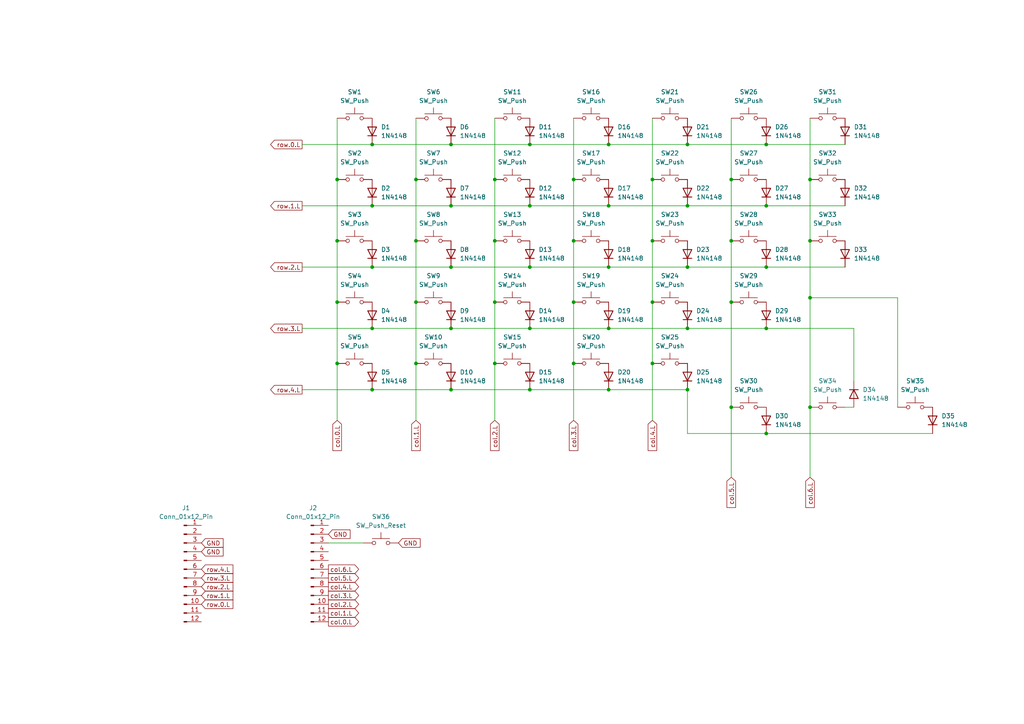
<source format=kicad_sch>
(kicad_sch (version 20250114) (generator "eeschema") (generator_version "9.0")
  (paper "A4")
  (title_block (title "kaasch-keys-left") (date "2025-10-29") (rev "1") (company "kaasch-co"))
  (lib_symbols
    (symbol "Connector:Conn_01x12_Pin" (pin_names (offset 1.016) (hide yes))
      (property "Reference" "J" (at 0 15.24 0))
      (property "Value" "Conn_01x12_Pin" (at 0 -17.78 0))
      (symbol "Conn_01x12_Pin_1_1"
        (rectangle (start 0.8636 12.827) (end 0 12.573) (stroke (width 0.1524)) (fill (type outline)))
        (rectangle (start 0.8636 10.287) (end 0 10.033) (stroke (width 0.1524)) (fill (type outline)))
        (rectangle (start 0.8636 7.747) (end 0 7.493) (stroke (width 0.1524)) (fill (type outline)))
        (rectangle (start 0.8636 5.207) (end 0 4.953) (stroke (width 0.1524)) (fill (type outline)))
        (rectangle (start 0.8636 2.667) (end 0 2.413) (stroke (width 0.1524)) (fill (type outline)))
        (rectangle (start 0.8636 0.127) (end 0 -0.127) (stroke (width 0.1524)) (fill (type outline)))
        (rectangle (start 0.8636 -2.413) (end 0 -2.667) (stroke (width 0.1524)) (fill (type outline)))
        (rectangle (start 0.8636 -4.953) (end 0 -5.207) (stroke (width 0.1524)) (fill (type outline)))
        (rectangle (start 0.8636 -7.493) (end 0 -7.747) (stroke (width 0.1524)) (fill (type outline)))
        (rectangle (start 0.8636 -10.033) (end 0 -10.287) (stroke (width 0.1524)) (fill (type outline)))
        (rectangle (start 0.8636 -12.573) (end 0 -12.827) (stroke (width 0.1524)) (fill (type outline)))
        (rectangle (start 0.8636 -15.113) (end 0 -15.367) (stroke (width 0.1524)) (fill (type outline)))
        (polyline (pts (xy 1.27 12.7) (xy 0.8636 12.7)) (stroke (width 0.1524)))
        (polyline (pts (xy 1.27 10.16) (xy 0.8636 10.16)) (stroke (width 0.1524)))
        (polyline (pts (xy 1.27 7.62) (xy 0.8636 7.62)) (stroke (width 0.1524)))
        (polyline (pts (xy 1.27 5.08) (xy 0.8636 5.08)) (stroke (width 0.1524)))
        (polyline (pts (xy 1.27 2.54) (xy 0.8636 2.54)) (stroke (width 0.1524)))
        (polyline (pts (xy 1.27 0) (xy 0.8636 0)) (stroke (width 0.1524)))
        (polyline (pts (xy 1.27 -2.54) (xy 0.8636 -2.54)) (stroke (width 0.1524)))
        (polyline (pts (xy 1.27 -5.08) (xy 0.8636 -5.08)) (stroke (width 0.1524)))
        (polyline (pts (xy 1.27 -7.62) (xy 0.8636 -7.62)) (stroke (width 0.1524)))
        (polyline (pts (xy 1.27 -10.16) (xy 0.8636 -10.16)) (stroke (width 0.1524)))
        (polyline (pts (xy 1.27 -12.7) (xy 0.8636 -12.7)) (stroke (width 0.1524)))
        (polyline (pts (xy 1.27 -15.24) (xy 0.8636 -15.24)) (stroke (width 0.1524)))
        (pin passive line (at 5.08 12.7 180) (length 3.81) (name "Pin_1") (number "1"))
        (pin passive line (at 5.08 10.16 180) (length 3.81) (name "Pin_2") (number "2"))
        (pin passive line (at 5.08 7.62 180) (length 3.81) (name "Pin_3") (number "3"))
        (pin passive line (at 5.08 5.08 180) (length 3.81) (name "Pin_4") (number "4"))
        (pin passive line (at 5.08 2.54 180) (length 3.81) (name "Pin_5") (number "5"))
        (pin passive line (at 5.08 0 180) (length 3.81) (name "Pin_6") (number "6"))
        (pin passive line (at 5.08 -2.54 180) (length 3.81) (name "Pin_7") (number "7"))
        (pin passive line (at 5.08 -5.08 180) (length 3.81) (name "Pin_8") (number "8"))
        (pin passive line (at 5.08 -7.62 180) (length 3.81) (name "Pin_9") (number "9"))
        (pin passive line (at 5.08 -10.16 180) (length 3.81) (name "Pin_10") (number "10"))
        (pin passive line (at 5.08 -12.7 180) (length 3.81) (name "Pin_11") (number "11"))
        (pin passive line (at 5.08 -15.24 180) (length 3.81) (name "Pin_12") (number "12"))
      )
    )
    (symbol "Diode:1N4148" (pin_numbers (hide yes)) (pin_names (hide yes))
      (property "Reference" "D" (at 0 2.54 0))
      (property "Value" "1N4148" (at 0 -2.54 0))
      (symbol "1N4148_0_1"
        (polyline (pts (xy -1.27 1.27) (xy -1.27 -1.27)) (stroke (width 0.254)))
        (polyline (pts (xy 1.27 1.27) (xy 1.27 -1.27) (xy -1.27 0) (xy 1.27 1.27)) (stroke (width 0.254)))
        (polyline (pts (xy 1.27 0) (xy -1.27 0)))
      )
      (symbol "1N4148_1_1"
        (pin passive line (at -3.81 0 0) (length 2.54) (name "K") (number "1"))
        (pin passive line (at 3.81 0 180) (length 2.54) (name "A") (number "2"))
      )
    )
    (symbol "Switch:SW_Push" (pin_numbers (hide yes)) (pin_names (offset 1.016) (hide yes))
      (property "Reference" "SW" (at 1.27 2.54 0))
      (property "Value" "SW_Push" (at 0 -1.524 0))
      (symbol "SW_Push_0_1"
        (circle (center -2.032 0) (radius 0.508))
        (polyline (pts (xy 0 1.27) (xy 0 3.048)))
        (circle (center 2.032 0) (radius 0.508))
        (polyline (pts (xy 2.54 1.27) (xy -2.54 1.27)))
        (pin passive line (at -5.08 0 0) (length 2.54) (name "1") (number "1"))
        (pin passive line (at 5.08 0 180) (length 2.54) (name "2") (number "2"))
      )
    )
  )
  (junction (at 153.67 113.03))
  (junction (at 176.53 95.25))
  (junction (at 143.51 105.41))
  (junction (at 189.23 87.63))
  (junction (at 97.79 52.07))
  (junction (at 120.65 52.07))
  (junction (at 199.39 95.25))
  (junction (at 120.65 87.63))
  (junction (at 222.25 77.47))
  (junction (at 130.81 41.91))
  (junction (at 143.51 52.07))
  (junction (at 153.67 77.47))
  (junction (at 143.51 87.63))
  (junction (at 199.39 77.47))
  (junction (at 153.67 95.25))
  (junction (at 107.95 95.25))
  (junction (at 234.95 86.36))
  (junction (at 107.95 77.47))
  (junction (at 189.23 69.85))
  (junction (at 212.09 87.63))
  (junction (at 234.95 69.85))
  (junction (at 107.95 41.91))
  (junction (at 120.65 69.85))
  (junction (at 199.39 59.69))
  (junction (at 130.81 77.47))
  (junction (at 166.37 87.63))
  (junction (at 153.67 59.69))
  (junction (at 130.81 113.03))
  (junction (at 166.37 69.85))
  (junction (at 212.09 118.11))
  (junction (at 97.79 105.41))
  (junction (at 212.09 52.07))
  (junction (at 143.51 69.85))
  (junction (at 166.37 52.07))
  (junction (at 130.81 59.69))
  (junction (at 176.53 113.03))
  (junction (at 107.95 59.69))
  (junction (at 176.53 77.47))
  (junction (at 176.53 41.91))
  (junction (at 234.95 52.07))
  (junction (at 153.67 41.91))
  (junction (at 199.39 41.91))
  (junction (at 176.53 59.69))
  (junction (at 222.25 125.73))
  (junction (at 107.95 113.03))
  (junction (at 222.25 59.69))
  (junction (at 166.37 105.41))
  (junction (at 222.25 95.25))
  (junction (at 212.09 69.85))
  (junction (at 189.23 105.41))
  (junction (at 199.39 113.03))
  (junction (at 97.79 69.85))
  (junction (at 222.25 41.91))
  (junction (at 189.23 52.07))
  (junction (at 120.65 105.41))
  (junction (at 130.81 95.25))
  (junction (at 234.95 118.11))
  (junction (at 97.79 87.63))
  (wire (pts (xy 97.79 52.07) (xy 97.79 69.85)))
  (wire (pts (xy 143.51 87.63) (xy 143.51 105.41)))
  (wire (pts (xy 107.95 77.47) (xy 130.81 77.47)))
  (wire (pts (xy 234.95 34.29) (xy 234.95 52.07)))
  (wire (pts (xy 166.37 34.29) (xy 166.37 52.07)))
  (wire (pts (xy 189.23 52.07) (xy 189.23 69.85)))
  (wire (pts (xy 166.37 52.07) (xy 166.37 69.85)))
  (wire (pts (xy 153.67 59.69) (xy 176.53 59.69)))
  (wire (pts (xy 212.09 69.85) (xy 212.09 87.63)))
  (wire (pts (xy 199.39 125.73) (xy 222.25 125.73)))
  (wire (pts (xy 222.25 59.69) (xy 245.11 59.69)))
  (wire (pts (xy 176.53 113.03) (xy 199.39 113.03)))
  (wire (pts (xy 176.53 59.69) (xy 199.39 59.69)))
  (wire (pts (xy 176.53 95.25) (xy 199.39 95.25)))
  (wire (pts (xy 212.09 34.29) (xy 212.09 52.07)))
  (wire (pts (xy 107.95 113.03) (xy 130.81 113.03)))
  (wire (pts (xy 234.95 86.36) (xy 260.35 86.36)))
  (wire (pts (xy 143.51 69.85) (xy 143.51 87.63)))
  (wire (pts (xy 87.63 59.69) (xy 107.95 59.69)))
  (wire (pts (xy 130.81 77.47) (xy 153.67 77.47)))
  (wire (pts (xy 107.95 95.25) (xy 130.81 95.25)))
  (wire (pts (xy 97.79 87.63) (xy 97.79 105.41)))
  (wire (pts (xy 166.37 105.41) (xy 166.37 121.92)))
  (wire (pts (xy 130.81 95.25) (xy 153.67 95.25)))
  (wire (pts (xy 199.39 41.91) (xy 222.25 41.91)))
  (wire (pts (xy 189.23 105.41) (xy 189.23 121.92)))
  (wire (pts (xy 97.79 34.29) (xy 97.79 52.07)))
  (wire (pts (xy 120.65 69.85) (xy 120.65 87.63)))
  (wire (pts (xy 143.51 34.29) (xy 143.51 52.07)))
  (wire (pts (xy 87.63 77.47) (xy 107.95 77.47)))
  (wire (pts (xy 153.67 41.91) (xy 176.53 41.91)))
  (wire (pts (xy 247.65 95.25) (xy 247.65 110.49)))
  (wire (pts (xy 97.79 69.85) (xy 97.79 87.63)))
  (wire (pts (xy 199.39 77.47) (xy 222.25 77.47)))
  (wire (pts (xy 120.65 34.29) (xy 120.65 52.07)))
  (wire (pts (xy 130.81 113.03) (xy 153.67 113.03)))
  (wire (pts (xy 166.37 87.63) (xy 166.37 105.41)))
  (wire (pts (xy 176.53 77.47) (xy 199.39 77.47)))
  (wire (pts (xy 87.63 41.91) (xy 107.95 41.91)))
  (wire (pts (xy 212.09 87.63) (xy 212.09 118.11)))
  (wire (pts (xy 95.25 157.48) (xy 105.41 157.48)))
  (wire (pts (xy 120.65 52.07) (xy 120.65 69.85)))
  (wire (pts (xy 260.35 86.36) (xy 260.35 118.11)))
  (wire (pts (xy 234.95 69.85) (xy 234.95 86.36)))
  (wire (pts (xy 222.25 77.47) (xy 245.11 77.47)))
  (wire (pts (xy 189.23 69.85) (xy 189.23 87.63)))
  (wire (pts (xy 199.39 95.25) (xy 222.25 95.25)))
  (wire (pts (xy 153.67 113.03) (xy 176.53 113.03)))
  (wire (pts (xy 189.23 34.29) (xy 189.23 52.07)))
  (wire (pts (xy 107.95 41.91) (xy 130.81 41.91)))
  (wire (pts (xy 212.09 118.11) (xy 212.09 138.43)))
  (wire (pts (xy 199.39 59.69) (xy 222.25 59.69)))
  (wire (pts (xy 234.95 86.36) (xy 234.95 118.11)))
  (wire (pts (xy 120.65 87.63) (xy 120.65 105.41)))
  (wire (pts (xy 153.67 77.47) (xy 176.53 77.47)))
  (wire (pts (xy 166.37 69.85) (xy 166.37 87.63)))
  (wire (pts (xy 234.95 118.11) (xy 234.95 138.43)))
  (wire (pts (xy 222.25 41.91) (xy 245.11 41.91)))
  (wire (pts (xy 176.53 41.91) (xy 199.39 41.91)))
  (wire (pts (xy 199.39 113.03) (xy 199.39 125.73)))
  (wire (pts (xy 143.51 105.41) (xy 143.51 121.92)))
  (wire (pts (xy 212.09 52.07) (xy 212.09 69.85)))
  (wire (pts (xy 87.63 95.25) (xy 107.95 95.25)))
  (wire (pts (xy 222.25 95.25) (xy 247.65 95.25)))
  (wire (pts (xy 222.25 125.73) (xy 270.51 125.73)))
  (wire (pts (xy 130.81 59.69) (xy 153.67 59.69)))
  (wire (pts (xy 87.63 113.03) (xy 107.95 113.03)))
  (wire (pts (xy 143.51 52.07) (xy 143.51 69.85)))
  (wire (pts (xy 153.67 95.25) (xy 176.53 95.25)))
  (wire (pts (xy 120.65 105.41) (xy 120.65 121.92)))
  (wire (pts (xy 245.11 118.11) (xy 247.65 118.11)))
  (wire (pts (xy 189.23 87.63) (xy 189.23 105.41)))
  (wire (pts (xy 130.81 41.91) (xy 153.67 41.91)))
  (wire (pts (xy 107.95 59.69) (xy 130.81 59.69)))
  (wire (pts (xy 97.79 105.41) (xy 97.79 121.92)))
  (wire (pts (xy 234.95 52.07) (xy 234.95 69.85)))
  (global_label "col.1.L" (shape input) (at 120.65 121.92 270) (property "Intersheetrefs" "${INTERSHEET_REFS}" (effects (hide yes))))
  (global_label "GND" (shape input) (at 58.42 157.48 0) (property "Intersheetrefs" "${INTERSHEET_REFS}" (effects (hide yes))))
  (global_label "col.2.L" (shape input) (at 143.51 121.92 270) (property "Intersheetrefs" "${INTERSHEET_REFS}" (effects (hide yes))))
  (global_label "row.1.L" (shape output) (at 87.63 59.69 180) (property "Intersheetrefs" "${INTERSHEET_REFS}" (effects (hide yes))))
  (global_label "GND" (shape input) (at 95.25 154.94 0) (property "Intersheetrefs" "${INTERSHEET_REFS}" (effects (hide yes))))
  (global_label "col.0.L" (shape input) (at 97.79 121.92 270) (property "Intersheetrefs" "${INTERSHEET_REFS}" (effects (hide yes))))
  (global_label "row.3.L" (shape input) (at 58.42 167.64 0) (property "Intersheetrefs" "${INTERSHEET_REFS}" (effects (hide yes))))
  (global_label "row.0.L" (shape output) (at 87.63 41.91 180) (property "Intersheetrefs" "${INTERSHEET_REFS}" (effects (hide yes))))
  (global_label "col.3.L" (shape output) (at 95.25 172.72 0) (property "Intersheetrefs" "${INTERSHEET_REFS}" (effects (hide yes))))
  (global_label "col.2.L" (shape output) (at 95.25 175.26 0) (property "Intersheetrefs" "${INTERSHEET_REFS}" (effects (hide yes))))
  (global_label "col.5.L" (shape input) (at 212.09 138.43 270) (property "Intersheetrefs" "${INTERSHEET_REFS}" (effects (hide yes))))
  (global_label "col.0.L" (shape output) (at 95.25 180.34 0) (property "Intersheetrefs" "${INTERSHEET_REFS}" (effects (hide yes))))
  (global_label "row.1.L" (shape input) (at 58.42 172.72 0) (property "Intersheetrefs" "${INTERSHEET_REFS}" (effects (hide yes))))
  (global_label "GND" (shape input) (at 58.42 160.02 0) (property "Intersheetrefs" "${INTERSHEET_REFS}" (effects (hide yes))))
  (global_label "row.0.L" (shape input) (at 58.42 175.26 0) (property "Intersheetrefs" "${INTERSHEET_REFS}" (effects (hide yes))))
  (global_label "col.4.L" (shape output) (at 95.25 170.18 0) (property "Intersheetrefs" "${INTERSHEET_REFS}" (effects (hide yes))))
  (global_label "col.4.L" (shape input) (at 189.23 121.92 270) (property "Intersheetrefs" "${INTERSHEET_REFS}" (effects (hide yes))))
  (global_label "row.4.L" (shape input) (at 58.42 165.1 0) (property "Intersheetrefs" "${INTERSHEET_REFS}" (effects (hide yes))))
  (global_label "row.2.L" (shape output) (at 87.63 77.47 180) (property "Intersheetrefs" "${INTERSHEET_REFS}" (effects (hide yes))))
  (global_label "col.3.L" (shape input) (at 166.37 121.92 270) (property "Intersheetrefs" "${INTERSHEET_REFS}" (effects (hide yes))))
  (global_label "col.5.L" (shape output) (at 95.25 167.64 0) (property "Intersheetrefs" "${INTERSHEET_REFS}" (effects (hide yes))))
  (global_label "row.2.L" (shape input) (at 58.42 170.18 0) (property "Intersheetrefs" "${INTERSHEET_REFS}" (effects (hide yes))))
  (global_label "GND" (shape input) (at 115.57 157.48 0) (property "Intersheetrefs" "${INTERSHEET_REFS}" (effects (hide yes))))
  (global_label "col.1.L" (shape output) (at 95.25 177.8 0) (property "Intersheetrefs" "${INTERSHEET_REFS}" (effects (hide yes))))
  (global_label "row.4.L" (shape output) (at 87.63 113.03 180) (property "Intersheetrefs" "${INTERSHEET_REFS}" (effects (hide yes))))
  (global_label "row.3.L" (shape output) (at 87.63 95.25 180) (property "Intersheetrefs" "${INTERSHEET_REFS}" (effects (hide yes))))
  (global_label "col.6.L" (shape output) (at 95.25 165.1 0) (property "Intersheetrefs" "${INTERSHEET_REFS}" (effects (hide yes))))
  (global_label "col.6.L" (shape input) (at 234.95 138.43 270) (property "Intersheetrefs" "${INTERSHEET_REFS}" (effects (hide yes))))
  (symbol (lib_id "Switch:SW_Push") (at 240.03 69.85 0) (unit 1)
    (property "Reference" "SW33" (at 240.03 62.23 0))
    (property "Value" "SW_Push" (at 240.03 64.77 0))
    (property "Footprint" "Button_Switch_Keyboard:SW_Cherry_MX_1.00u_PCB" (effects (hide yes)))
    (property "Description" "Push button switch, generic, two pins" (effects (hide yes)))
  )
  (symbol (lib_id "Switch:SW_Push") (at 102.87 69.85 0) (unit 1)
    (property "Reference" "SW3" (at 102.87 62.23 0))
    (property "Value" "SW_Push" (at 102.87 64.77 0))
    (property "Footprint" "Button_Switch_Keyboard:SW_Cherry_MX_1.00u_PCB" (effects (hide yes)))
    (property "Description" "Push button switch, generic, two pins" (effects (hide yes)))
  )
  (symbol (lib_id "Diode:1N4148") (at 222.25 91.44 90) (unit 1)
    (property "Reference" "D29" (at 224.79 90.1699 90) (effects (justify right)))
    (property "Value" "1N4148" (at 224.79 92.7099 90) (effects (justify right)))
    (property "Footprint" "Diode_SMD:D_1206_3216Metric" (effects (hide yes)))
    (property "Datasheet" "https://assets.nexperia.com/documents/data-sheet/1N4148_1N4448.pdf" (effects (hide yes)))
    (property "Description" "100V 0.15A standard switching diode, DO-35" (effects (hide yes)))
    (property "Sim.Device" "D" (effects (hide yes)))
    (property "Sim.Pins" "1=K 2=A" (effects (hide yes)))
  )
  (symbol (lib_id "Diode:1N4148") (at 153.67 109.22 90) (unit 1)
    (property "Reference" "D15" (at 156.21 107.9499 90) (effects (justify right)))
    (property "Value" "1N4148" (at 156.21 110.4899 90) (effects (justify right)))
    (property "Footprint" "Diode_SMD:D_1206_3216Metric" (effects (hide yes)))
    (property "Datasheet" "https://assets.nexperia.com/documents/data-sheet/1N4148_1N4448.pdf" (effects (hide yes)))
    (property "Description" "100V 0.15A standard switching diode, DO-35" (effects (hide yes)))
    (property "Sim.Device" "D" (effects (hide yes)))
    (property "Sim.Pins" "1=K 2=A" (effects (hide yes)))
  )
  (symbol (lib_id "Diode:1N4148") (at 222.25 73.66 90) (unit 1)
    (property "Reference" "D28" (at 224.79 72.3899 90) (effects (justify right)))
    (property "Value" "1N4148" (at 224.79 74.9299 90) (effects (justify right)))
    (property "Footprint" "Diode_SMD:D_1206_3216Metric" (effects (hide yes)))
    (property "Datasheet" "https://assets.nexperia.com/documents/data-sheet/1N4148_1N4448.pdf" (effects (hide yes)))
    (property "Description" "100V 0.15A standard switching diode, DO-35" (effects (hide yes)))
    (property "Sim.Device" "D" (effects (hide yes)))
    (property "Sim.Pins" "1=K 2=A" (effects (hide yes)))
  )
  (symbol (lib_id "Switch:SW_Push") (at 148.59 69.85 0) (unit 1)
    (property "Reference" "SW13" (at 148.59 62.23 0))
    (property "Value" "SW_Push" (at 148.59 64.77 0))
    (property "Footprint" "Button_Switch_Keyboard:SW_Cherry_MX_1.00u_PCB" (effects (hide yes)))
    (property "Description" "Push button switch, generic, two pins" (effects (hide yes)))
  )
  (symbol (lib_id "Diode:1N4148") (at 222.25 55.88 90) (unit 1)
    (property "Reference" "D27" (at 224.79 54.6099 90) (effects (justify right)))
    (property "Value" "1N4148" (at 224.79 57.1499 90) (effects (justify right)))
    (property "Footprint" "Diode_SMD:D_1206_3216Metric" (effects (hide yes)))
    (property "Datasheet" "https://assets.nexperia.com/documents/data-sheet/1N4148_1N4448.pdf" (effects (hide yes)))
    (property "Description" "100V 0.15A standard switching diode, DO-35" (effects (hide yes)))
    (property "Sim.Device" "D" (effects (hide yes)))
    (property "Sim.Pins" "1=K 2=A" (effects (hide yes)))
  )
  (symbol (lib_id "Switch:SW_Push") (at 171.45 69.85 0) (unit 1)
    (property "Reference" "SW18" (at 171.45 62.23 0))
    (property "Value" "SW_Push" (at 171.45 64.77 0))
    (property "Footprint" "Button_Switch_Keyboard:SW_Cherry_MX_1.00u_PCB" (effects (hide yes)))
    (property "Description" "Push button switch, generic, two pins" (effects (hide yes)))
  )
  (symbol (lib_id "Diode:1N4148") (at 130.81 38.1 90) (unit 1)
    (property "Reference" "D6" (at 133.35 36.8299 90) (effects (justify right)))
    (property "Value" "1N4148" (at 133.35 39.3699 90) (effects (justify right)))
    (property "Footprint" "Diode_SMD:D_1206_3216Metric" (effects (hide yes)))
    (property "Datasheet" "https://assets.nexperia.com/documents/data-sheet/1N4148_1N4448.pdf" (effects (hide yes)))
    (property "Description" "100V 0.15A standard switching diode, DO-35" (effects (hide yes)))
    (property "Sim.Device" "D" (effects (hide yes)))
    (property "Sim.Pins" "1=K 2=A" (effects (hide yes)))
  )
  (symbol (lib_id "Diode:1N4148") (at 199.39 55.88 90) (unit 1)
    (property "Reference" "D22" (at 201.93 54.6099 90) (effects (justify right)))
    (property "Value" "1N4148" (at 201.93 57.1499 90) (effects (justify right)))
    (property "Footprint" "Diode_SMD:D_1206_3216Metric" (effects (hide yes)))
    (property "Datasheet" "https://assets.nexperia.com/documents/data-sheet/1N4148_1N4448.pdf" (effects (hide yes)))
    (property "Description" "100V 0.15A standard switching diode, DO-35" (effects (hide yes)))
    (property "Sim.Device" "D" (effects (hide yes)))
    (property "Sim.Pins" "1=K 2=A" (effects (hide yes)))
  )
  (symbol (lib_id "Switch:SW_Push") (at 194.31 105.41 0) (unit 1)
    (property "Reference" "SW25" (at 194.31 97.79 0))
    (property "Value" "SW_Push" (at 194.31 100.33 0))
    (property "Footprint" "Button_Switch_Keyboard:SW_Cherry_MX_1.00u_PCB" (effects (hide yes)))
    (property "Description" "Push button switch, generic, two pins" (effects (hide yes)))
  )
  (symbol (lib_id "Switch:SW_Push") (at 171.45 52.07 0) (unit 1)
    (property "Reference" "SW17" (at 171.45 44.45 0))
    (property "Value" "SW_Push" (at 171.45 46.99 0))
    (property "Footprint" "Button_Switch_Keyboard:SW_Cherry_MX_1.00u_PCB" (effects (hide yes)))
    (property "Description" "Push button switch, generic, two pins" (effects (hide yes)))
  )
  (symbol (lib_id "Diode:1N4148") (at 176.53 73.66 90) (unit 1)
    (property "Reference" "D18" (at 179.07 72.3899 90) (effects (justify right)))
    (property "Value" "1N4148" (at 179.07 74.9299 90) (effects (justify right)))
    (property "Footprint" "Diode_SMD:D_1206_3216Metric" (effects (hide yes)))
    (property "Datasheet" "https://assets.nexperia.com/documents/data-sheet/1N4148_1N4448.pdf" (effects (hide yes)))
    (property "Description" "100V 0.15A standard switching diode, DO-35" (effects (hide yes)))
    (property "Sim.Device" "D" (effects (hide yes)))
    (property "Sim.Pins" "1=K 2=A" (effects (hide yes)))
  )
  (symbol (lib_id "Switch:SW_Push") (at 102.87 34.29 0) (unit 1)
    (property "Reference" "SW1" (at 102.87 26.67 0))
    (property "Value" "SW_Push" (at 102.87 29.21 0))
    (property "Footprint" "Button_Switch_Keyboard:SW_Cherry_MX_1.00u_PCB" (effects (hide yes)))
    (property "Description" "Push button switch, generic, two pins" (effects (hide yes)))
  )
  (symbol (lib_id "Diode:1N4148") (at 270.51 121.92 90) (unit 1)
    (property "Reference" "D35" (at 273.05 120.6499 90) (effects (justify right)))
    (property "Value" "1N4148" (at 273.05 123.1899 90) (effects (justify right)))
    (property "Footprint" "Diode_SMD:D_1206_3216Metric" (effects (hide yes)))
    (property "Datasheet" "https://assets.nexperia.com/documents/data-sheet/1N4148_1N4448.pdf" (effects (hide yes)))
    (property "Description" "100V 0.15A standard switching diode, DO-35" (effects (hide yes)))
    (property "Sim.Device" "D" (effects (hide yes)))
    (property "Sim.Pins" "1=K 2=A" (effects (hide yes)))
  )
  (symbol (lib_id "Switch:SW_Push") (at 125.73 87.63 0) (unit 1)
    (property "Reference" "SW9" (at 125.73 80.01 0))
    (property "Value" "SW_Push" (at 125.73 82.55 0))
    (property "Footprint" "Button_Switch_Keyboard:SW_Cherry_MX_1.00u_PCB" (effects (hide yes)))
    (property "Description" "Push button switch, generic, two pins" (effects (hide yes)))
  )
  (symbol (lib_id "Switch:SW_Push") (at 110.49 157.48 0) (unit 1)
    (property "Reference" "SW36" (at 110.49 149.86 0))
    (property "Value" "SW_Push_Reset" (at 110.49 152.4 0))
    (property "Footprint" "Button_Switch_SMD:SW_SPST_B3U-1000P" (effects (hide yes)))
    (property "Description" "Push button switch, generic, two pins" (effects (hide yes)))
  )
  (symbol (lib_id "Diode:1N4148") (at 153.67 73.66 90) (unit 1)
    (property "Reference" "D13" (at 156.21 72.3899 90) (effects (justify right)))
    (property "Value" "1N4148" (at 156.21 74.9299 90) (effects (justify right)))
    (property "Footprint" "Diode_SMD:D_1206_3216Metric" (effects (hide yes)))
    (property "Datasheet" "https://assets.nexperia.com/documents/data-sheet/1N4148_1N4448.pdf" (effects (hide yes)))
    (property "Description" "100V 0.15A standard switching diode, DO-35" (effects (hide yes)))
    (property "Sim.Device" "D" (effects (hide yes)))
    (property "Sim.Pins" "1=K 2=A" (effects (hide yes)))
  )
  (symbol (lib_id "Diode:1N4148") (at 199.39 91.44 90) (unit 1)
    (property "Reference" "D24" (at 201.93 90.1699 90) (effects (justify right)))
    (property "Value" "1N4148" (at 201.93 92.7099 90) (effects (justify right)))
    (property "Footprint" "Diode_SMD:D_1206_3216Metric" (effects (hide yes)))
    (property "Datasheet" "https://assets.nexperia.com/documents/data-sheet/1N4148_1N4448.pdf" (effects (hide yes)))
    (property "Description" "100V 0.15A standard switching diode, DO-35" (effects (hide yes)))
    (property "Sim.Device" "D" (effects (hide yes)))
    (property "Sim.Pins" "1=K 2=A" (effects (hide yes)))
  )
  (symbol (lib_id "Diode:1N4148") (at 130.81 73.66 90) (unit 1)
    (property "Reference" "D8" (at 133.35 72.3899 90) (effects (justify right)))
    (property "Value" "1N4148" (at 133.35 74.9299 90) (effects (justify right)))
    (property "Footprint" "Diode_SMD:D_1206_3216Metric" (effects (hide yes)))
    (property "Datasheet" "https://assets.nexperia.com/documents/data-sheet/1N4148_1N4448.pdf" (effects (hide yes)))
    (property "Description" "100V 0.15A standard switching diode, DO-35" (effects (hide yes)))
    (property "Sim.Device" "D" (effects (hide yes)))
    (property "Sim.Pins" "1=K 2=A" (effects (hide yes)))
  )
  (symbol (lib_id "Diode:1N4148") (at 247.65 114.3 270) (unit 1)
    (property "Reference" "D34" (at 250.19 113.0299 90) (effects (justify left)))
    (property "Value" "1N4148" (at 250.19 115.5699 90) (effects (justify left)))
    (property "Footprint" "Diode_SMD:D_1206_3216Metric" (effects (hide yes)))
    (property "Datasheet" "https://assets.nexperia.com/documents/data-sheet/1N4148_1N4448.pdf" (effects (hide yes)))
    (property "Description" "100V 0.15A standard switching diode, DO-35" (effects (hide yes)))
    (property "Sim.Device" "D" (effects (hide yes)))
    (property "Sim.Pins" "1=K 2=A" (effects (hide yes)))
  )
  (symbol (lib_id "Switch:SW_Push") (at 171.45 34.29 0) (unit 1)
    (property "Reference" "SW16" (at 171.45 26.67 0))
    (property "Value" "SW_Push" (at 171.45 29.21 0))
    (property "Footprint" "Button_Switch_Keyboard:SW_Cherry_MX_1.00u_PCB" (effects (hide yes)))
    (property "Description" "Push button switch, generic, two pins" (effects (hide yes)))
  )
  (symbol (lib_id "Switch:SW_Push") (at 240.03 52.07 0) (unit 1)
    (property "Reference" "SW32" (at 240.03 44.45 0))
    (property "Value" "SW_Push" (at 240.03 46.99 0))
    (property "Footprint" "Button_Switch_Keyboard:SW_Cherry_MX_1.00u_PCB" (effects (hide yes)))
    (property "Description" "Push button switch, generic, two pins" (effects (hide yes)))
  )
  (symbol (lib_id "Diode:1N4148") (at 176.53 38.1 90) (unit 1)
    (property "Reference" "D16" (at 179.07 36.8299 90) (effects (justify right)))
    (property "Value" "1N4148" (at 179.07 39.3699 90) (effects (justify right)))
    (property "Footprint" "Diode_SMD:D_1206_3216Metric" (effects (hide yes)))
    (property "Datasheet" "https://assets.nexperia.com/documents/data-sheet/1N4148_1N4448.pdf" (effects (hide yes)))
    (property "Description" "100V 0.15A standard switching diode, DO-35" (effects (hide yes)))
    (property "Sim.Device" "D" (effects (hide yes)))
    (property "Sim.Pins" "1=K 2=A" (effects (hide yes)))
  )
  (symbol (lib_id "Diode:1N4148") (at 107.95 38.1 90) (unit 1)
    (property "Reference" "D1" (at 110.49 36.8299 90) (effects (justify right)))
    (property "Value" "1N4148" (at 110.49 39.3699 90) (effects (justify right)))
    (property "Footprint" "Diode_SMD:D_1206_3216Metric" (effects (hide yes)))
    (property "Datasheet" "https://assets.nexperia.com/documents/data-sheet/1N4148_1N4448.pdf" (effects (hide yes)))
    (property "Description" "100V 0.15A standard switching diode, DO-35" (effects (hide yes)))
    (property "Sim.Device" "D" (effects (hide yes)))
    (property "Sim.Pins" "1=K 2=A" (effects (hide yes)))
  )
  (symbol (lib_id "Diode:1N4148") (at 107.95 109.22 90) (unit 1)
    (property "Reference" "D5" (at 110.49 107.9499 90) (effects (justify right)))
    (property "Value" "1N4148" (at 110.49 110.4899 90) (effects (justify right)))
    (property "Footprint" "Diode_SMD:D_1206_3216Metric" (effects (hide yes)))
    (property "Datasheet" "https://assets.nexperia.com/documents/data-sheet/1N4148_1N4448.pdf" (effects (hide yes)))
    (property "Description" "100V 0.15A standard switching diode, DO-35" (effects (hide yes)))
    (property "Sim.Device" "D" (effects (hide yes)))
    (property "Sim.Pins" "1=K 2=A" (effects (hide yes)))
  )
  (symbol (lib_id "Switch:SW_Push") (at 217.17 118.11 0) (unit 1)
    (property "Reference" "SW30" (at 217.17 110.49 0))
    (property "Value" "SW_Push" (at 217.17 113.03 0))
    (property "Footprint" "Button_Switch_Keyboard:SW_Cherry_MX_1.00u_PCB" (effects (hide yes)))
    (property "Description" "Push button switch, generic, two pins" (effects (hide yes)))
  )
  (symbol (lib_id "Connector:Conn_01x12_Pin") (at 90.17 165.1 0) (unit 1)
    (property "Reference" "J2" (at 90.805 147.32 0))
    (property "Value" "Conn_01x12_Pin" (at 90.805 149.86 0))
    (property "Footprint" "Connector_PinSocket_2.54mm:PinSocket_1x12_P2.54mm_Vertical" (effects (hide yes)))
    (property "Description" "Generic connector, single row, 01x12, script generated" (effects (hide yes)))
  )
  (symbol (lib_id "Switch:SW_Push") (at 217.17 87.63 0) (unit 1)
    (property "Reference" "SW29" (at 217.17 80.01 0))
    (property "Value" "SW_Push" (at 217.17 82.55 0))
    (property "Footprint" "Button_Switch_Keyboard:SW_Cherry_MX_1.00u_PCB" (effects (hide yes)))
    (property "Description" "Push button switch, generic, two pins" (effects (hide yes)))
  )
  (symbol (lib_id "Switch:SW_Push") (at 194.31 34.29 0) (unit 1)
    (property "Reference" "SW21" (at 194.31 26.67 0))
    (property "Value" "SW_Push" (at 194.31 29.21 0))
    (property "Footprint" "Button_Switch_Keyboard:SW_Cherry_MX_1.00u_PCB" (effects (hide yes)))
    (property "Description" "Push button switch, generic, two pins" (effects (hide yes)))
  )
  (symbol (lib_id "Switch:SW_Push") (at 171.45 105.41 0) (unit 1)
    (property "Reference" "SW20" (at 171.45 97.79 0))
    (property "Value" "SW_Push" (at 171.45 100.33 0))
    (property "Footprint" "Button_Switch_Keyboard:SW_Cherry_MX_1.00u_PCB" (effects (hide yes)))
    (property "Description" "Push button switch, generic, two pins" (effects (hide yes)))
  )
  (symbol (lib_id "Diode:1N4148") (at 153.67 55.88 90) (unit 1)
    (property "Reference" "D12" (at 156.21 54.6099 90) (effects (justify right)))
    (property "Value" "1N4148" (at 156.21 57.1499 90) (effects (justify right)))
    (property "Footprint" "Diode_SMD:D_1206_3216Metric" (effects (hide yes)))
    (property "Datasheet" "https://assets.nexperia.com/documents/data-sheet/1N4148_1N4448.pdf" (effects (hide yes)))
    (property "Description" "100V 0.15A standard switching diode, DO-35" (effects (hide yes)))
    (property "Sim.Device" "D" (effects (hide yes)))
    (property "Sim.Pins" "1=K 2=A" (effects (hide yes)))
  )
  (symbol (lib_id "Switch:SW_Push") (at 148.59 34.29 0) (unit 1)
    (property "Reference" "SW11" (at 148.59 26.67 0))
    (property "Value" "SW_Push" (at 148.59 29.21 0))
    (property "Footprint" "Button_Switch_Keyboard:SW_Cherry_MX_1.00u_PCB" (effects (hide yes)))
    (property "Description" "Push button switch, generic, two pins" (effects (hide yes)))
  )
  (symbol (lib_id "Switch:SW_Push") (at 217.17 69.85 0) (unit 1)
    (property "Reference" "SW28" (at 217.17 62.23 0))
    (property "Value" "SW_Push" (at 217.17 64.77 0))
    (property "Footprint" "Button_Switch_Keyboard:SW_Cherry_MX_1.00u_PCB" (effects (hide yes)))
    (property "Description" "Push button switch, generic, two pins" (effects (hide yes)))
  )
  (symbol (lib_id "Switch:SW_Push") (at 148.59 52.07 0) (unit 1)
    (property "Reference" "SW12" (at 148.59 44.45 0))
    (property "Value" "SW_Push" (at 148.59 46.99 0))
    (property "Footprint" "Button_Switch_Keyboard:SW_Cherry_MX_1.00u_PCB" (effects (hide yes)))
    (property "Description" "Push button switch, generic, two pins" (effects (hide yes)))
  )
  (symbol (lib_id "Diode:1N4148") (at 199.39 73.66 90) (unit 1)
    (property "Reference" "D23" (at 201.93 72.3899 90) (effects (justify right)))
    (property "Value" "1N4148" (at 201.93 74.9299 90) (effects (justify right)))
    (property "Footprint" "Diode_SMD:D_1206_3216Metric" (effects (hide yes)))
    (property "Datasheet" "https://assets.nexperia.com/documents/data-sheet/1N4148_1N4448.pdf" (effects (hide yes)))
    (property "Description" "100V 0.15A standard switching diode, DO-35" (effects (hide yes)))
    (property "Sim.Device" "D" (effects (hide yes)))
    (property "Sim.Pins" "1=K 2=A" (effects (hide yes)))
  )
  (symbol (lib_id "Diode:1N4148") (at 153.67 38.1 90) (unit 1)
    (property "Reference" "D11" (at 156.21 36.8299 90) (effects (justify right)))
    (property "Value" "1N4148" (at 156.21 39.3699 90) (effects (justify right)))
    (property "Footprint" "Diode_SMD:D_1206_3216Metric" (effects (hide yes)))
    (property "Datasheet" "https://assets.nexperia.com/documents/data-sheet/1N4148_1N4448.pdf" (effects (hide yes)))
    (property "Description" "100V 0.15A standard switching diode, DO-35" (effects (hide yes)))
    (property "Sim.Device" "D" (effects (hide yes)))
    (property "Sim.Pins" "1=K 2=A" (effects (hide yes)))
  )
  (symbol (lib_id "Diode:1N4148") (at 199.39 38.1 90) (unit 1)
    (property "Reference" "D21" (at 201.93 36.8299 90) (effects (justify right)))
    (property "Value" "1N4148" (at 201.93 39.3699 90) (effects (justify right)))
    (property "Footprint" "Diode_SMD:D_1206_3216Metric" (effects (hide yes)))
    (property "Datasheet" "https://assets.nexperia.com/documents/data-sheet/1N4148_1N4448.pdf" (effects (hide yes)))
    (property "Description" "100V 0.15A standard switching diode, DO-35" (effects (hide yes)))
    (property "Sim.Device" "D" (effects (hide yes)))
    (property "Sim.Pins" "1=K 2=A" (effects (hide yes)))
  )
  (symbol (lib_id "Diode:1N4148") (at 176.53 109.22 90) (unit 1)
    (property "Reference" "D20" (at 179.07 107.9499 90) (effects (justify right)))
    (property "Value" "1N4148" (at 179.07 110.4899 90) (effects (justify right)))
    (property "Footprint" "Diode_SMD:D_1206_3216Metric" (effects (hide yes)))
    (property "Datasheet" "https://assets.nexperia.com/documents/data-sheet/1N4148_1N4448.pdf" (effects (hide yes)))
    (property "Description" "100V 0.15A standard switching diode, DO-35" (effects (hide yes)))
    (property "Sim.Device" "D" (effects (hide yes)))
    (property "Sim.Pins" "1=K 2=A" (effects (hide yes)))
  )
  (symbol (lib_id "Switch:SW_Push") (at 148.59 87.63 0) (unit 1)
    (property "Reference" "SW14" (at 148.59 80.01 0))
    (property "Value" "SW_Push" (at 148.59 82.55 0))
    (property "Footprint" "Button_Switch_Keyboard:SW_Cherry_MX_1.00u_PCB" (effects (hide yes)))
    (property "Description" "Push button switch, generic, two pins" (effects (hide yes)))
  )
  (symbol (lib_id "Switch:SW_Push") (at 102.87 52.07 0) (unit 1)
    (property "Reference" "SW2" (at 102.87 44.45 0))
    (property "Value" "SW_Push" (at 102.87 46.99 0))
    (property "Footprint" "Button_Switch_Keyboard:SW_Cherry_MX_1.00u_PCB" (effects (hide yes)))
    (property "Description" "Push button switch, generic, two pins" (effects (hide yes)))
  )
  (symbol (lib_id "Switch:SW_Push") (at 217.17 34.29 0) (unit 1)
    (property "Reference" "SW26" (at 217.17 26.67 0))
    (property "Value" "SW_Push" (at 217.17 29.21 0))
    (property "Footprint" "Button_Switch_Keyboard:SW_Cherry_MX_1.00u_PCB" (effects (hide yes)))
    (property "Description" "Push button switch, generic, two pins" (effects (hide yes)))
  )
  (symbol (lib_id "Switch:SW_Push") (at 125.73 105.41 0) (unit 1)
    (property "Reference" "SW10" (at 125.73 97.79 0))
    (property "Value" "SW_Push" (at 125.73 100.33 0))
    (property "Footprint" "Button_Switch_Keyboard:SW_Cherry_MX_1.00u_PCB" (effects (hide yes)))
    (property "Description" "Push button switch, generic, two pins" (effects (hide yes)))
  )
  (symbol (lib_id "Switch:SW_Push") (at 217.17 52.07 0) (unit 1)
    (property "Reference" "SW27" (at 217.17 44.45 0))
    (property "Value" "SW_Push" (at 217.17 46.99 0))
    (property "Footprint" "Button_Switch_Keyboard:SW_Cherry_MX_1.00u_PCB" (effects (hide yes)))
    (property "Description" "Push button switch, generic, two pins" (effects (hide yes)))
  )
  (symbol (lib_id "Diode:1N4148") (at 107.95 91.44 90) (unit 1)
    (property "Reference" "D4" (at 110.49 90.1699 90) (effects (justify right)))
    (property "Value" "1N4148" (at 110.49 92.7099 90) (effects (justify right)))
    (property "Footprint" "Diode_SMD:D_1206_3216Metric" (effects (hide yes)))
    (property "Datasheet" "https://assets.nexperia.com/documents/data-sheet/1N4148_1N4448.pdf" (effects (hide yes)))
    (property "Description" "100V 0.15A standard switching diode, DO-35" (effects (hide yes)))
    (property "Sim.Device" "D" (effects (hide yes)))
    (property "Sim.Pins" "1=K 2=A" (effects (hide yes)))
  )
  (symbol (lib_id "Diode:1N4148") (at 130.81 109.22 90) (unit 1)
    (property "Reference" "D10" (at 133.35 107.9499 90) (effects (justify right)))
    (property "Value" "1N4148" (at 133.35 110.4899 90) (effects (justify right)))
    (property "Footprint" "Diode_SMD:D_1206_3216Metric" (effects (hide yes)))
    (property "Datasheet" "https://assets.nexperia.com/documents/data-sheet/1N4148_1N4448.pdf" (effects (hide yes)))
    (property "Description" "100V 0.15A standard switching diode, DO-35" (effects (hide yes)))
    (property "Sim.Device" "D" (effects (hide yes)))
    (property "Sim.Pins" "1=K 2=A" (effects (hide yes)))
  )
  (symbol (lib_id "Switch:SW_Push") (at 102.87 87.63 0) (unit 1)
    (property "Reference" "SW4" (at 102.87 80.01 0))
    (property "Value" "SW_Push" (at 102.87 82.55 0))
    (property "Footprint" "Button_Switch_Keyboard:SW_Cherry_MX_1.00u_PCB" (effects (hide yes)))
    (property "Description" "Push button switch, generic, two pins" (effects (hide yes)))
  )
  (symbol (lib_id "Diode:1N4148") (at 222.25 38.1 90) (unit 1)
    (property "Reference" "D26" (at 224.79 36.8299 90) (effects (justify right)))
    (property "Value" "1N4148" (at 224.79 39.3699 90) (effects (justify right)))
    (property "Footprint" "Diode_SMD:D_1206_3216Metric" (effects (hide yes)))
    (property "Datasheet" "https://assets.nexperia.com/documents/data-sheet/1N4148_1N4448.pdf" (effects (hide yes)))
    (property "Description" "100V 0.15A standard switching diode, DO-35" (effects (hide yes)))
    (property "Sim.Device" "D" (effects (hide yes)))
    (property "Sim.Pins" "1=K 2=A" (effects (hide yes)))
  )
  (symbol (lib_id "Diode:1N4148") (at 107.95 73.66 90) (unit 1)
    (property "Reference" "D3" (at 110.49 72.3899 90) (effects (justify right)))
    (property "Value" "1N4148" (at 110.49 74.9299 90) (effects (justify right)))
    (property "Footprint" "Diode_SMD:D_1206_3216Metric" (effects (hide yes)))
    (property "Datasheet" "https://assets.nexperia.com/documents/data-sheet/1N4148_1N4448.pdf" (effects (hide yes)))
    (property "Description" "100V 0.15A standard switching diode, DO-35" (effects (hide yes)))
    (property "Sim.Device" "D" (effects (hide yes)))
    (property "Sim.Pins" "1=K 2=A" (effects (hide yes)))
  )
  (symbol (lib_id "Switch:SW_Push") (at 171.45 87.63 0) (unit 1)
    (property "Reference" "SW19" (at 171.45 80.01 0))
    (property "Value" "SW_Push" (at 171.45 82.55 0))
    (property "Footprint" "Button_Switch_Keyboard:SW_Cherry_MX_1.00u_PCB" (effects (hide yes)))
    (property "Description" "Push button switch, generic, two pins" (effects (hide yes)))
  )
  (symbol (lib_id "Switch:SW_Push") (at 102.87 105.41 0) (unit 1)
    (property "Reference" "SW5" (at 102.87 97.79 0))
    (property "Value" "SW_Push" (at 102.87 100.33 0))
    (property "Footprint" "Button_Switch_Keyboard:SW_Cherry_MX_1.00u_PCB" (effects (hide yes)))
    (property "Description" "Push button switch, generic, two pins" (effects (hide yes)))
  )
  (symbol (lib_id "Switch:SW_Push") (at 240.03 34.29 0) (unit 1)
    (property "Reference" "SW31" (at 240.03 26.67 0))
    (property "Value" "SW_Push" (at 240.03 29.21 0))
    (property "Footprint" "Button_Switch_Keyboard:SW_Cherry_MX_1.00u_PCB" (effects (hide yes)))
    (property "Description" "Push button switch, generic, two pins" (effects (hide yes)))
  )
  (symbol (lib_id "Diode:1N4148") (at 199.39 109.22 90) (unit 1)
    (property "Reference" "D25" (at 201.93 107.9499 90) (effects (justify right)))
    (property "Value" "1N4148" (at 201.93 110.4899 90) (effects (justify right)))
    (property "Footprint" "Diode_SMD:D_1206_3216Metric" (effects (hide yes)))
    (property "Datasheet" "https://assets.nexperia.com/documents/data-sheet/1N4148_1N4448.pdf" (effects (hide yes)))
    (property "Description" "100V 0.15A standard switching diode, DO-35" (effects (hide yes)))
    (property "Sim.Device" "D" (effects (hide yes)))
    (property "Sim.Pins" "1=K 2=A" (effects (hide yes)))
  )
  (symbol (lib_id "Switch:SW_Push") (at 125.73 52.07 0) (unit 1)
    (property "Reference" "SW7" (at 125.73 44.45 0))
    (property "Value" "SW_Push" (at 125.73 46.99 0))
    (property "Footprint" "Button_Switch_Keyboard:SW_Cherry_MX_1.00u_PCB" (effects (hide yes)))
    (property "Description" "Push button switch, generic, two pins" (effects (hide yes)))
  )
  (symbol (lib_id "Switch:SW_Push") (at 194.31 52.07 0) (unit 1)
    (property "Reference" "SW22" (at 194.31 44.45 0))
    (property "Value" "SW_Push" (at 194.31 46.99 0))
    (property "Footprint" "Button_Switch_Keyboard:SW_Cherry_MX_1.00u_PCB" (effects (hide yes)))
    (property "Description" "Push button switch, generic, two pins" (effects (hide yes)))
  )
  (symbol (lib_id "Diode:1N4148") (at 245.11 73.66 90) (unit 1)
    (property "Reference" "D33" (at 247.65 72.3899 90) (effects (justify right)))
    (property "Value" "1N4148" (at 247.65 74.9299 90) (effects (justify right)))
    (property "Footprint" "Diode_SMD:D_1206_3216Metric" (effects (hide yes)))
    (property "Datasheet" "https://assets.nexperia.com/documents/data-sheet/1N4148_1N4448.pdf" (effects (hide yes)))
    (property "Description" "100V 0.15A standard switching diode, DO-35" (effects (hide yes)))
    (property "Sim.Device" "D" (effects (hide yes)))
    (property "Sim.Pins" "1=K 2=A" (effects (hide yes)))
  )
  (symbol (lib_id "Switch:SW_Push") (at 125.73 34.29 0) (unit 1)
    (property "Reference" "SW6" (at 125.73 26.67 0))
    (property "Value" "SW_Push" (at 125.73 29.21 0))
    (property "Footprint" "Button_Switch_Keyboard:SW_Cherry_MX_1.00u_PCB" (effects (hide yes)))
    (property "Description" "Push button switch, generic, two pins" (effects (hide yes)))
  )
  (symbol (lib_id "Diode:1N4148") (at 107.95 55.88 90) (unit 1)
    (property "Reference" "D2" (at 110.49 54.6099 90) (effects (justify right)))
    (property "Value" "1N4148" (at 110.49 57.1499 90) (effects (justify right)))
    (property "Footprint" "Diode_SMD:D_1206_3216Metric" (effects (hide yes)))
    (property "Datasheet" "https://assets.nexperia.com/documents/data-sheet/1N4148_1N4448.pdf" (effects (hide yes)))
    (property "Description" "100V 0.15A standard switching diode, DO-35" (effects (hide yes)))
    (property "Sim.Device" "D" (effects (hide yes)))
    (property "Sim.Pins" "1=K 2=A" (effects (hide yes)))
  )
  (symbol (lib_id "Diode:1N4148") (at 176.53 55.88 90) (unit 1)
    (property "Reference" "D17" (at 179.07 54.6099 90) (effects (justify right)))
    (property "Value" "1N4148" (at 179.07 57.1499 90) (effects (justify right)))
    (property "Footprint" "Diode_SMD:D_1206_3216Metric" (effects (hide yes)))
    (property "Datasheet" "https://assets.nexperia.com/documents/data-sheet/1N4148_1N4448.pdf" (effects (hide yes)))
    (property "Description" "100V 0.15A standard switching diode, DO-35" (effects (hide yes)))
    (property "Sim.Device" "D" (effects (hide yes)))
    (property "Sim.Pins" "1=K 2=A" (effects (hide yes)))
  )
  (symbol (lib_id "Switch:SW_Push") (at 240.03 118.11 0) (unit 1)
    (property "Reference" "SW34" (at 240.03 110.49 0))
    (property "Value" "SW_Push" (at 240.03 113.03 0))
    (property "Footprint" "Button_Switch_Keyboard:SW_Cherry_MX_1.00u_PCB" (effects (hide yes)))
    (property "Description" "Push button switch, generic, two pins" (effects (hide yes)))
  )
  (symbol (lib_id "Diode:1N4148") (at 176.53 91.44 90) (unit 1)
    (property "Reference" "D19" (at 179.07 90.1699 90) (effects (justify right)))
    (property "Value" "1N4148" (at 179.07 92.7099 90) (effects (justify right)))
    (property "Footprint" "Diode_SMD:D_1206_3216Metric" (effects (hide yes)))
    (property "Datasheet" "https://assets.nexperia.com/documents/data-sheet/1N4148_1N4448.pdf" (effects (hide yes)))
    (property "Description" "100V 0.15A standard switching diode, DO-35" (effects (hide yes)))
    (property "Sim.Device" "D" (effects (hide yes)))
    (property "Sim.Pins" "1=K 2=A" (effects (hide yes)))
  )
  (symbol (lib_id "Diode:1N4148") (at 130.81 55.88 90) (unit 1)
    (property "Reference" "D7" (at 133.35 54.6099 90) (effects (justify right)))
    (property "Value" "1N4148" (at 133.35 57.1499 90) (effects (justify right)))
    (property "Footprint" "Diode_SMD:D_1206_3216Metric" (effects (hide yes)))
    (property "Datasheet" "https://assets.nexperia.com/documents/data-sheet/1N4148_1N4448.pdf" (effects (hide yes)))
    (property "Description" "100V 0.15A standard switching diode, DO-35" (effects (hide yes)))
    (property "Sim.Device" "D" (effects (hide yes)))
    (property "Sim.Pins" "1=K 2=A" (effects (hide yes)))
  )
  (symbol (lib_id "Diode:1N4148") (at 245.11 38.1 90) (unit 1)
    (property "Reference" "D31" (at 247.65 36.8299 90) (effects (justify right)))
    (property "Value" "1N4148" (at 247.65 39.3699 90) (effects (justify right)))
    (property "Footprint" "Diode_SMD:D_1206_3216Metric" (effects (hide yes)))
    (property "Datasheet" "https://assets.nexperia.com/documents/data-sheet/1N4148_1N4448.pdf" (effects (hide yes)))
    (property "Description" "100V 0.15A standard switching diode, DO-35" (effects (hide yes)))
    (property "Sim.Device" "D" (effects (hide yes)))
    (property "Sim.Pins" "1=K 2=A" (effects (hide yes)))
  )
  (symbol (lib_id "Diode:1N4148") (at 130.81 91.44 90) (unit 1)
    (property "Reference" "D9" (at 133.35 90.1699 90) (effects (justify right)))
    (property "Value" "1N4148" (at 133.35 92.7099 90) (effects (justify right)))
    (property "Footprint" "Diode_SMD:D_1206_3216Metric" (effects (hide yes)))
    (property "Datasheet" "https://assets.nexperia.com/documents/data-sheet/1N4148_1N4448.pdf" (effects (hide yes)))
    (property "Description" "100V 0.15A standard switching diode, DO-35" (effects (hide yes)))
    (property "Sim.Device" "D" (effects (hide yes)))
    (property "Sim.Pins" "1=K 2=A" (effects (hide yes)))
  )
  (symbol (lib_id "Switch:SW_Push") (at 125.73 69.85 0) (unit 1)
    (property "Reference" "SW8" (at 125.73 62.23 0))
    (property "Value" "SW_Push" (at 125.73 64.77 0))
    (property "Footprint" "Button_Switch_Keyboard:SW_Cherry_MX_1.00u_PCB" (effects (hide yes)))
    (property "Description" "Push button switch, generic, two pins" (effects (hide yes)))
  )
  (symbol (lib_id "Switch:SW_Push") (at 265.43 118.11 0) (unit 1)
    (property "Reference" "SW35" (at 265.43 110.49 0))
    (property "Value" "SW_Push" (at 265.43 113.03 0))
    (property "Footprint" "Button_Switch_Keyboard:SW_Cherry_MX_1.00u_PCB" (effects (hide yes)))
    (property "Description" "Push button switch, generic, two pins" (effects (hide yes)))
  )
  (symbol (lib_id "Diode:1N4148") (at 153.67 91.44 90) (unit 1)
    (property "Reference" "D14" (at 156.21 90.1699 90) (effects (justify right)))
    (property "Value" "1N4148" (at 156.21 92.7099 90) (effects (justify right)))
    (property "Footprint" "Diode_SMD:D_1206_3216Metric" (effects (hide yes)))
    (property "Datasheet" "https://assets.nexperia.com/documents/data-sheet/1N4148_1N4448.pdf" (effects (hide yes)))
    (property "Description" "100V 0.15A standard switching diode, DO-35" (effects (hide yes)))
    (property "Sim.Device" "D" (effects (hide yes)))
    (property "Sim.Pins" "1=K 2=A" (effects (hide yes)))
  )
  (symbol (lib_id "Connector:Conn_01x12_Pin") (at 53.34 165.1 0) (unit 1)
    (property "Reference" "J1" (at 53.975 147.32 0))
    (property "Value" "Conn_01x12_Pin" (at 53.975 149.86 0))
    (property "Footprint" "Connector_PinSocket_2.54mm:PinSocket_1x12_P2.54mm_Vertical" (effects (hide yes)))
    (property "Description" "Generic connector, single row, 01x12, script generated" (effects (hide yes)))
  )
  (symbol (lib_id "Diode:1N4148") (at 245.11 55.88 90) (unit 1)
    (property "Reference" "D32" (at 247.65 54.6099 90) (effects (justify right)))
    (property "Value" "1N4148" (at 247.65 57.1499 90) (effects (justify right)))
    (property "Footprint" "Diode_SMD:D_1206_3216Metric" (effects (hide yes)))
    (property "Datasheet" "https://assets.nexperia.com/documents/data-sheet/1N4148_1N4448.pdf" (effects (hide yes)))
    (property "Description" "100V 0.15A standard switching diode, DO-35" (effects (hide yes)))
    (property "Sim.Device" "D" (effects (hide yes)))
    (property "Sim.Pins" "1=K 2=A" (effects (hide yes)))
  )
  (symbol (lib_id "Diode:1N4148") (at 222.25 121.92 90) (unit 1)
    (property "Reference" "D30" (at 224.79 120.6499 90) (effects (justify right)))
    (property "Value" "1N4148" (at 224.79 123.1899 90) (effects (justify right)))
    (property "Footprint" "Diode_SMD:D_1206_3216Metric" (effects (hide yes)))
    (property "Datasheet" "https://assets.nexperia.com/documents/data-sheet/1N4148_1N4448.pdf" (effects (hide yes)))
    (property "Description" "100V 0.15A standard switching diode, DO-35" (effects (hide yes)))
    (property "Sim.Device" "D" (effects (hide yes)))
    (property "Sim.Pins" "1=K 2=A" (effects (hide yes)))
  )
  (symbol (lib_id "Switch:SW_Push") (at 194.31 69.85 0) (unit 1)
    (property "Reference" "SW23" (at 194.31 62.23 0))
    (property "Value" "SW_Push" (at 194.31 64.77 0))
    (property "Footprint" "Button_Switch_Keyboard:SW_Cherry_MX_1.00u_PCB" (effects (hide yes)))
    (property "Description" "Push button switch, generic, two pins" (effects (hide yes)))
  )
  (symbol (lib_id "Switch:SW_Push") (at 148.59 105.41 0) (unit 1)
    (property "Reference" "SW15" (at 148.59 97.79 0))
    (property "Value" "SW_Push" (at 148.59 100.33 0))
    (property "Footprint" "Button_Switch_Keyboard:SW_Cherry_MX_1.00u_PCB" (effects (hide yes)))
    (property "Description" "Push button switch, generic, two pins" (effects (hide yes)))
  )
  (symbol (lib_id "Switch:SW_Push") (at 194.31 87.63 0) (unit 1)
    (property "Reference" "SW24" (at 194.31 80.01 0))
    (property "Value" "SW_Push" (at 194.31 82.55 0))
    (property "Footprint" "Button_Switch_Keyboard:SW_Cherry_MX_1.00u_PCB" (effects (hide yes)))
    (property "Description" "Push button switch, generic, two pins" (effects (hide yes)))
  )
)
</source>
